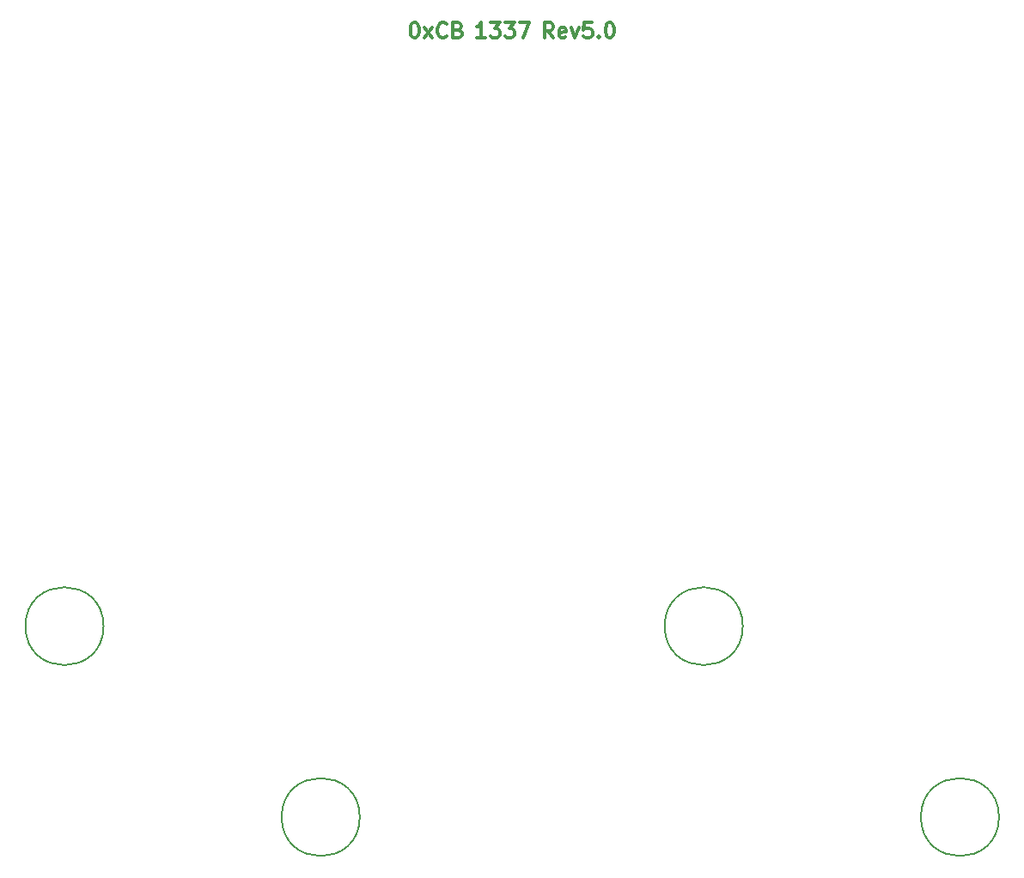
<source format=gto>
G04 #@! TF.GenerationSoftware,KiCad,Pcbnew,7.0.0-da2b9df05c~165~ubuntu22.04.1*
G04 #@! TF.CreationDate,2023-04-27T22:34:57+00:00*
G04 #@! TF.ProjectId,pcb-panel,7063622d-7061-46e6-956c-2e6b69636164,5.0*
G04 #@! TF.SameCoordinates,Original*
G04 #@! TF.FileFunction,Legend,Top*
G04 #@! TF.FilePolarity,Positive*
%FSLAX46Y46*%
G04 Gerber Fmt 4.6, Leading zero omitted, Abs format (unit mm)*
G04 Created by KiCad (PCBNEW 7.0.0-da2b9df05c~165~ubuntu22.04.1) date 2023-04-27 22:34:57*
%MOMM*%
%LPD*%
G01*
G04 APERTURE LIST*
%ADD10C,0.300000*%
%ADD11C,0.200000*%
G04 APERTURE END LIST*
D10*
X58814289Y139448934D02*
X58957146Y139448934D01*
X58957146Y139448934D02*
X59100003Y139377505D01*
X59100003Y139377505D02*
X59171432Y139306077D01*
X59171432Y139306077D02*
X59242860Y139163220D01*
X59242860Y139163220D02*
X59314289Y138877505D01*
X59314289Y138877505D02*
X59314289Y138520363D01*
X59314289Y138520363D02*
X59242860Y138234648D01*
X59242860Y138234648D02*
X59171432Y138091791D01*
X59171432Y138091791D02*
X59100003Y138020363D01*
X59100003Y138020363D02*
X58957146Y137948934D01*
X58957146Y137948934D02*
X58814289Y137948934D01*
X58814289Y137948934D02*
X58671432Y138020363D01*
X58671432Y138020363D02*
X58600003Y138091791D01*
X58600003Y138091791D02*
X58528574Y138234648D01*
X58528574Y138234648D02*
X58457146Y138520363D01*
X58457146Y138520363D02*
X58457146Y138877505D01*
X58457146Y138877505D02*
X58528574Y139163220D01*
X58528574Y139163220D02*
X58600003Y139306077D01*
X58600003Y139306077D02*
X58671432Y139377505D01*
X58671432Y139377505D02*
X58814289Y139448934D01*
X59814288Y137948934D02*
X60600003Y138948934D01*
X59814288Y138948934D02*
X60600003Y137948934D01*
X62028574Y138091791D02*
X61957146Y138020363D01*
X61957146Y138020363D02*
X61742860Y137948934D01*
X61742860Y137948934D02*
X61600003Y137948934D01*
X61600003Y137948934D02*
X61385717Y138020363D01*
X61385717Y138020363D02*
X61242860Y138163220D01*
X61242860Y138163220D02*
X61171431Y138306077D01*
X61171431Y138306077D02*
X61100003Y138591791D01*
X61100003Y138591791D02*
X61100003Y138806077D01*
X61100003Y138806077D02*
X61171431Y139091791D01*
X61171431Y139091791D02*
X61242860Y139234648D01*
X61242860Y139234648D02*
X61385717Y139377505D01*
X61385717Y139377505D02*
X61600003Y139448934D01*
X61600003Y139448934D02*
X61742860Y139448934D01*
X61742860Y139448934D02*
X61957146Y139377505D01*
X61957146Y139377505D02*
X62028574Y139306077D01*
X63171431Y138734648D02*
X63385717Y138663220D01*
X63385717Y138663220D02*
X63457146Y138591791D01*
X63457146Y138591791D02*
X63528574Y138448934D01*
X63528574Y138448934D02*
X63528574Y138234648D01*
X63528574Y138234648D02*
X63457146Y138091791D01*
X63457146Y138091791D02*
X63385717Y138020363D01*
X63385717Y138020363D02*
X63242860Y137948934D01*
X63242860Y137948934D02*
X62671431Y137948934D01*
X62671431Y137948934D02*
X62671431Y139448934D01*
X62671431Y139448934D02*
X63171431Y139448934D01*
X63171431Y139448934D02*
X63314289Y139377505D01*
X63314289Y139377505D02*
X63385717Y139306077D01*
X63385717Y139306077D02*
X63457146Y139163220D01*
X63457146Y139163220D02*
X63457146Y139020363D01*
X63457146Y139020363D02*
X63385717Y138877505D01*
X63385717Y138877505D02*
X63314289Y138806077D01*
X63314289Y138806077D02*
X63171431Y138734648D01*
X63171431Y138734648D02*
X62671431Y138734648D01*
X65857146Y137948934D02*
X65000003Y137948934D01*
X65428574Y137948934D02*
X65428574Y139448934D01*
X65428574Y139448934D02*
X65285717Y139234648D01*
X65285717Y139234648D02*
X65142860Y139091791D01*
X65142860Y139091791D02*
X65000003Y139020363D01*
X66357145Y139448934D02*
X67285717Y139448934D01*
X67285717Y139448934D02*
X66785717Y138877505D01*
X66785717Y138877505D02*
X67000002Y138877505D01*
X67000002Y138877505D02*
X67142860Y138806077D01*
X67142860Y138806077D02*
X67214288Y138734648D01*
X67214288Y138734648D02*
X67285717Y138591791D01*
X67285717Y138591791D02*
X67285717Y138234648D01*
X67285717Y138234648D02*
X67214288Y138091791D01*
X67214288Y138091791D02*
X67142860Y138020363D01*
X67142860Y138020363D02*
X67000002Y137948934D01*
X67000002Y137948934D02*
X66571431Y137948934D01*
X66571431Y137948934D02*
X66428574Y138020363D01*
X66428574Y138020363D02*
X66357145Y138091791D01*
X67785716Y139448934D02*
X68714288Y139448934D01*
X68714288Y139448934D02*
X68214288Y138877505D01*
X68214288Y138877505D02*
X68428573Y138877505D01*
X68428573Y138877505D02*
X68571431Y138806077D01*
X68571431Y138806077D02*
X68642859Y138734648D01*
X68642859Y138734648D02*
X68714288Y138591791D01*
X68714288Y138591791D02*
X68714288Y138234648D01*
X68714288Y138234648D02*
X68642859Y138091791D01*
X68642859Y138091791D02*
X68571431Y138020363D01*
X68571431Y138020363D02*
X68428573Y137948934D01*
X68428573Y137948934D02*
X68000002Y137948934D01*
X68000002Y137948934D02*
X67857145Y138020363D01*
X67857145Y138020363D02*
X67785716Y138091791D01*
X69214287Y139448934D02*
X70214287Y139448934D01*
X70214287Y139448934D02*
X69571430Y137948934D01*
X72542858Y137948934D02*
X72042858Y138663220D01*
X71685715Y137948934D02*
X71685715Y139448934D01*
X71685715Y139448934D02*
X72257144Y139448934D01*
X72257144Y139448934D02*
X72400001Y139377505D01*
X72400001Y139377505D02*
X72471430Y139306077D01*
X72471430Y139306077D02*
X72542858Y139163220D01*
X72542858Y139163220D02*
X72542858Y138948934D01*
X72542858Y138948934D02*
X72471430Y138806077D01*
X72471430Y138806077D02*
X72400001Y138734648D01*
X72400001Y138734648D02*
X72257144Y138663220D01*
X72257144Y138663220D02*
X71685715Y138663220D01*
X73757144Y138020363D02*
X73614287Y137948934D01*
X73614287Y137948934D02*
X73328573Y137948934D01*
X73328573Y137948934D02*
X73185715Y138020363D01*
X73185715Y138020363D02*
X73114287Y138163220D01*
X73114287Y138163220D02*
X73114287Y138734648D01*
X73114287Y138734648D02*
X73185715Y138877505D01*
X73185715Y138877505D02*
X73328573Y138948934D01*
X73328573Y138948934D02*
X73614287Y138948934D01*
X73614287Y138948934D02*
X73757144Y138877505D01*
X73757144Y138877505D02*
X73828573Y138734648D01*
X73828573Y138734648D02*
X73828573Y138591791D01*
X73828573Y138591791D02*
X73114287Y138448934D01*
X74328572Y138948934D02*
X74685715Y137948934D01*
X74685715Y137948934D02*
X75042858Y138948934D01*
X76328572Y139448934D02*
X75614286Y139448934D01*
X75614286Y139448934D02*
X75542858Y138734648D01*
X75542858Y138734648D02*
X75614286Y138806077D01*
X75614286Y138806077D02*
X75757144Y138877505D01*
X75757144Y138877505D02*
X76114286Y138877505D01*
X76114286Y138877505D02*
X76257144Y138806077D01*
X76257144Y138806077D02*
X76328572Y138734648D01*
X76328572Y138734648D02*
X76400001Y138591791D01*
X76400001Y138591791D02*
X76400001Y138234648D01*
X76400001Y138234648D02*
X76328572Y138091791D01*
X76328572Y138091791D02*
X76257144Y138020363D01*
X76257144Y138020363D02*
X76114286Y137948934D01*
X76114286Y137948934D02*
X75757144Y137948934D01*
X75757144Y137948934D02*
X75614286Y138020363D01*
X75614286Y138020363D02*
X75542858Y138091791D01*
X77042857Y138091791D02*
X77114286Y138020363D01*
X77114286Y138020363D02*
X77042857Y137948934D01*
X77042857Y137948934D02*
X76971429Y138020363D01*
X76971429Y138020363D02*
X77042857Y138091791D01*
X77042857Y138091791D02*
X77042857Y137948934D01*
X78042858Y139448934D02*
X78185715Y139448934D01*
X78185715Y139448934D02*
X78328572Y139377505D01*
X78328572Y139377505D02*
X78400001Y139306077D01*
X78400001Y139306077D02*
X78471429Y139163220D01*
X78471429Y139163220D02*
X78542858Y138877505D01*
X78542858Y138877505D02*
X78542858Y138520363D01*
X78542858Y138520363D02*
X78471429Y138234648D01*
X78471429Y138234648D02*
X78400001Y138091791D01*
X78400001Y138091791D02*
X78328572Y138020363D01*
X78328572Y138020363D02*
X78185715Y137948934D01*
X78185715Y137948934D02*
X78042858Y137948934D01*
X78042858Y137948934D02*
X77900001Y138020363D01*
X77900001Y138020363D02*
X77828572Y138091791D01*
X77828572Y138091791D02*
X77757143Y138234648D01*
X77757143Y138234648D02*
X77685715Y138520363D01*
X77685715Y138520363D02*
X77685715Y138877505D01*
X77685715Y138877505D02*
X77757143Y139163220D01*
X77757143Y139163220D02*
X77828572Y139306077D01*
X77828572Y139306077D02*
X77900001Y139377505D01*
X77900001Y139377505D02*
X78042858Y139448934D01*
D11*
G04 #@! TO.C,G\u002A\u002A\u002A*
X28222777Y79915776D02*
G75*
G03*
X28222777Y79915776I-3850000J0D01*
G01*
X91222777Y79915776D02*
G75*
G03*
X91222777Y79915776I-3850000J0D01*
G01*
X53477227Y61084229D02*
G75*
G03*
X53477227Y61084229I-3850000J0D01*
G01*
X116477227Y61084229D02*
G75*
G03*
X116477227Y61084229I-3850000J0D01*
G01*
G04 #@! TD*
M02*

</source>
